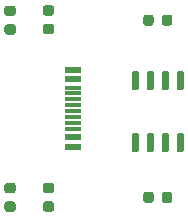
<source format=gbr>
G04 #@! TF.GenerationSoftware,KiCad,Pcbnew,(5.1.6)-1*
G04 #@! TF.CreationDate,2020-11-21T21:50:24+04:00*
G04 #@! TF.ProjectId,CH330N-USB-TO-UART-BOARD,43483333-304e-42d5-9553-422d544f2d55,rev?*
G04 #@! TF.SameCoordinates,Original*
G04 #@! TF.FileFunction,Paste,Top*
G04 #@! TF.FilePolarity,Positive*
%FSLAX46Y46*%
G04 Gerber Fmt 4.6, Leading zero omitted, Abs format (unit mm)*
G04 Created by KiCad (PCBNEW (5.1.6)-1) date 2020-11-21 21:50:24*
%MOMM*%
%LPD*%
G01*
G04 APERTURE LIST*
%ADD10R,1.450000X0.600000*%
%ADD11R,1.450000X0.300000*%
G04 APERTURE END LIST*
G04 #@! TO.C,D1*
G36*
G01*
X102493750Y-102600000D02*
X103006250Y-102600000D01*
G75*
G02*
X103225000Y-102818750I0J-218750D01*
G01*
X103225000Y-103256250D01*
G75*
G02*
X103006250Y-103475000I-218750J0D01*
G01*
X102493750Y-103475000D01*
G75*
G02*
X102275000Y-103256250I0J218750D01*
G01*
X102275000Y-102818750D01*
G75*
G02*
X102493750Y-102600000I218750J0D01*
G01*
G37*
G36*
G01*
X102493750Y-101025000D02*
X103006250Y-101025000D01*
G75*
G02*
X103225000Y-101243750I0J-218750D01*
G01*
X103225000Y-101681250D01*
G75*
G02*
X103006250Y-101900000I-218750J0D01*
G01*
X102493750Y-101900000D01*
G75*
G02*
X102275000Y-101681250I0J218750D01*
G01*
X102275000Y-101243750D01*
G75*
G02*
X102493750Y-101025000I218750J0D01*
G01*
G37*
G04 #@! TD*
G04 #@! TO.C,D2*
G36*
G01*
X103006250Y-86900000D02*
X102493750Y-86900000D01*
G75*
G02*
X102275000Y-86681250I0J218750D01*
G01*
X102275000Y-86243750D01*
G75*
G02*
X102493750Y-86025000I218750J0D01*
G01*
X103006250Y-86025000D01*
G75*
G02*
X103225000Y-86243750I0J-218750D01*
G01*
X103225000Y-86681250D01*
G75*
G02*
X103006250Y-86900000I-218750J0D01*
G01*
G37*
G36*
G01*
X103006250Y-88475000D02*
X102493750Y-88475000D01*
G75*
G02*
X102275000Y-88256250I0J218750D01*
G01*
X102275000Y-87818750D01*
G75*
G02*
X102493750Y-87600000I218750J0D01*
G01*
X103006250Y-87600000D01*
G75*
G02*
X103225000Y-87818750I0J-218750D01*
G01*
X103225000Y-88256250D01*
G75*
G02*
X103006250Y-88475000I-218750J0D01*
G01*
G37*
G04 #@! TD*
G04 #@! TO.C,R1*
G36*
G01*
X105743750Y-102600000D02*
X106256250Y-102600000D01*
G75*
G02*
X106475000Y-102818750I0J-218750D01*
G01*
X106475000Y-103256250D01*
G75*
G02*
X106256250Y-103475000I-218750J0D01*
G01*
X105743750Y-103475000D01*
G75*
G02*
X105525000Y-103256250I0J218750D01*
G01*
X105525000Y-102818750D01*
G75*
G02*
X105743750Y-102600000I218750J0D01*
G01*
G37*
G36*
G01*
X105743750Y-101025000D02*
X106256250Y-101025000D01*
G75*
G02*
X106475000Y-101243750I0J-218750D01*
G01*
X106475000Y-101681250D01*
G75*
G02*
X106256250Y-101900000I-218750J0D01*
G01*
X105743750Y-101900000D01*
G75*
G02*
X105525000Y-101681250I0J218750D01*
G01*
X105525000Y-101243750D01*
G75*
G02*
X105743750Y-101025000I218750J0D01*
G01*
G37*
G04 #@! TD*
G04 #@! TO.C,C1*
G36*
G01*
X115600000Y-102506250D02*
X115600000Y-101993750D01*
G75*
G02*
X115818750Y-101775000I218750J0D01*
G01*
X116256250Y-101775000D01*
G75*
G02*
X116475000Y-101993750I0J-218750D01*
G01*
X116475000Y-102506250D01*
G75*
G02*
X116256250Y-102725000I-218750J0D01*
G01*
X115818750Y-102725000D01*
G75*
G02*
X115600000Y-102506250I0J218750D01*
G01*
G37*
G36*
G01*
X114025000Y-102506250D02*
X114025000Y-101993750D01*
G75*
G02*
X114243750Y-101775000I218750J0D01*
G01*
X114681250Y-101775000D01*
G75*
G02*
X114900000Y-101993750I0J-218750D01*
G01*
X114900000Y-102506250D01*
G75*
G02*
X114681250Y-102725000I-218750J0D01*
G01*
X114243750Y-102725000D01*
G75*
G02*
X114025000Y-102506250I0J218750D01*
G01*
G37*
G04 #@! TD*
G04 #@! TO.C,C2*
G36*
G01*
X114900000Y-86993750D02*
X114900000Y-87506250D01*
G75*
G02*
X114681250Y-87725000I-218750J0D01*
G01*
X114243750Y-87725000D01*
G75*
G02*
X114025000Y-87506250I0J218750D01*
G01*
X114025000Y-86993750D01*
G75*
G02*
X114243750Y-86775000I218750J0D01*
G01*
X114681250Y-86775000D01*
G75*
G02*
X114900000Y-86993750I0J-218750D01*
G01*
G37*
G36*
G01*
X116475000Y-86993750D02*
X116475000Y-87506250D01*
G75*
G02*
X116256250Y-87725000I-218750J0D01*
G01*
X115818750Y-87725000D01*
G75*
G02*
X115600000Y-87506250I0J218750D01*
G01*
X115600000Y-86993750D01*
G75*
G02*
X115818750Y-86775000I218750J0D01*
G01*
X116256250Y-86775000D01*
G75*
G02*
X116475000Y-86993750I0J-218750D01*
G01*
G37*
G04 #@! TD*
G04 #@! TO.C,R2*
G36*
G01*
X106256250Y-86862500D02*
X105743750Y-86862500D01*
G75*
G02*
X105525000Y-86643750I0J218750D01*
G01*
X105525000Y-86206250D01*
G75*
G02*
X105743750Y-85987500I218750J0D01*
G01*
X106256250Y-85987500D01*
G75*
G02*
X106475000Y-86206250I0J-218750D01*
G01*
X106475000Y-86643750D01*
G75*
G02*
X106256250Y-86862500I-218750J0D01*
G01*
G37*
G36*
G01*
X106256250Y-88437500D02*
X105743750Y-88437500D01*
G75*
G02*
X105525000Y-88218750I0J218750D01*
G01*
X105525000Y-87781250D01*
G75*
G02*
X105743750Y-87562500I218750J0D01*
G01*
X106256250Y-87562500D01*
G75*
G02*
X106475000Y-87781250I0J-218750D01*
G01*
X106475000Y-88218750D01*
G75*
G02*
X106256250Y-88437500I-218750J0D01*
G01*
G37*
G04 #@! TD*
G04 #@! TO.C,U1*
G36*
G01*
X113495000Y-93200000D02*
X113195000Y-93200000D01*
G75*
G02*
X113045000Y-93050000I0J150000D01*
G01*
X113045000Y-91700000D01*
G75*
G02*
X113195000Y-91550000I150000J0D01*
G01*
X113495000Y-91550000D01*
G75*
G02*
X113645000Y-91700000I0J-150000D01*
G01*
X113645000Y-93050000D01*
G75*
G02*
X113495000Y-93200000I-150000J0D01*
G01*
G37*
G36*
G01*
X114765000Y-93200000D02*
X114465000Y-93200000D01*
G75*
G02*
X114315000Y-93050000I0J150000D01*
G01*
X114315000Y-91700000D01*
G75*
G02*
X114465000Y-91550000I150000J0D01*
G01*
X114765000Y-91550000D01*
G75*
G02*
X114915000Y-91700000I0J-150000D01*
G01*
X114915000Y-93050000D01*
G75*
G02*
X114765000Y-93200000I-150000J0D01*
G01*
G37*
G36*
G01*
X116035000Y-93200000D02*
X115735000Y-93200000D01*
G75*
G02*
X115585000Y-93050000I0J150000D01*
G01*
X115585000Y-91700000D01*
G75*
G02*
X115735000Y-91550000I150000J0D01*
G01*
X116035000Y-91550000D01*
G75*
G02*
X116185000Y-91700000I0J-150000D01*
G01*
X116185000Y-93050000D01*
G75*
G02*
X116035000Y-93200000I-150000J0D01*
G01*
G37*
G36*
G01*
X117305000Y-93200000D02*
X117005000Y-93200000D01*
G75*
G02*
X116855000Y-93050000I0J150000D01*
G01*
X116855000Y-91700000D01*
G75*
G02*
X117005000Y-91550000I150000J0D01*
G01*
X117305000Y-91550000D01*
G75*
G02*
X117455000Y-91700000I0J-150000D01*
G01*
X117455000Y-93050000D01*
G75*
G02*
X117305000Y-93200000I-150000J0D01*
G01*
G37*
G36*
G01*
X117305000Y-98450000D02*
X117005000Y-98450000D01*
G75*
G02*
X116855000Y-98300000I0J150000D01*
G01*
X116855000Y-96950000D01*
G75*
G02*
X117005000Y-96800000I150000J0D01*
G01*
X117305000Y-96800000D01*
G75*
G02*
X117455000Y-96950000I0J-150000D01*
G01*
X117455000Y-98300000D01*
G75*
G02*
X117305000Y-98450000I-150000J0D01*
G01*
G37*
G36*
G01*
X116035000Y-98450000D02*
X115735000Y-98450000D01*
G75*
G02*
X115585000Y-98300000I0J150000D01*
G01*
X115585000Y-96950000D01*
G75*
G02*
X115735000Y-96800000I150000J0D01*
G01*
X116035000Y-96800000D01*
G75*
G02*
X116185000Y-96950000I0J-150000D01*
G01*
X116185000Y-98300000D01*
G75*
G02*
X116035000Y-98450000I-150000J0D01*
G01*
G37*
G36*
G01*
X114765000Y-98450000D02*
X114465000Y-98450000D01*
G75*
G02*
X114315000Y-98300000I0J150000D01*
G01*
X114315000Y-96950000D01*
G75*
G02*
X114465000Y-96800000I150000J0D01*
G01*
X114765000Y-96800000D01*
G75*
G02*
X114915000Y-96950000I0J-150000D01*
G01*
X114915000Y-98300000D01*
G75*
G02*
X114765000Y-98450000I-150000J0D01*
G01*
G37*
G36*
G01*
X113495000Y-98450000D02*
X113195000Y-98450000D01*
G75*
G02*
X113045000Y-98300000I0J150000D01*
G01*
X113045000Y-96950000D01*
G75*
G02*
X113195000Y-96800000I150000J0D01*
G01*
X113495000Y-96800000D01*
G75*
G02*
X113645000Y-96950000I0J-150000D01*
G01*
X113645000Y-98300000D01*
G75*
G02*
X113495000Y-98450000I-150000J0D01*
G01*
G37*
G04 #@! TD*
D10*
G04 #@! TO.C,J1*
X108045000Y-97950000D03*
X108045000Y-97150000D03*
X108045000Y-92250000D03*
X108045000Y-91450000D03*
X108045000Y-91450000D03*
X108045000Y-92250000D03*
X108045000Y-97150000D03*
X108045000Y-97950000D03*
D11*
X108045000Y-92950000D03*
X108045000Y-93450000D03*
X108045000Y-93950000D03*
X108045000Y-94950000D03*
X108045000Y-95450000D03*
X108045000Y-95950000D03*
X108045000Y-96450000D03*
X108045000Y-94450000D03*
G04 #@! TD*
M02*

</source>
